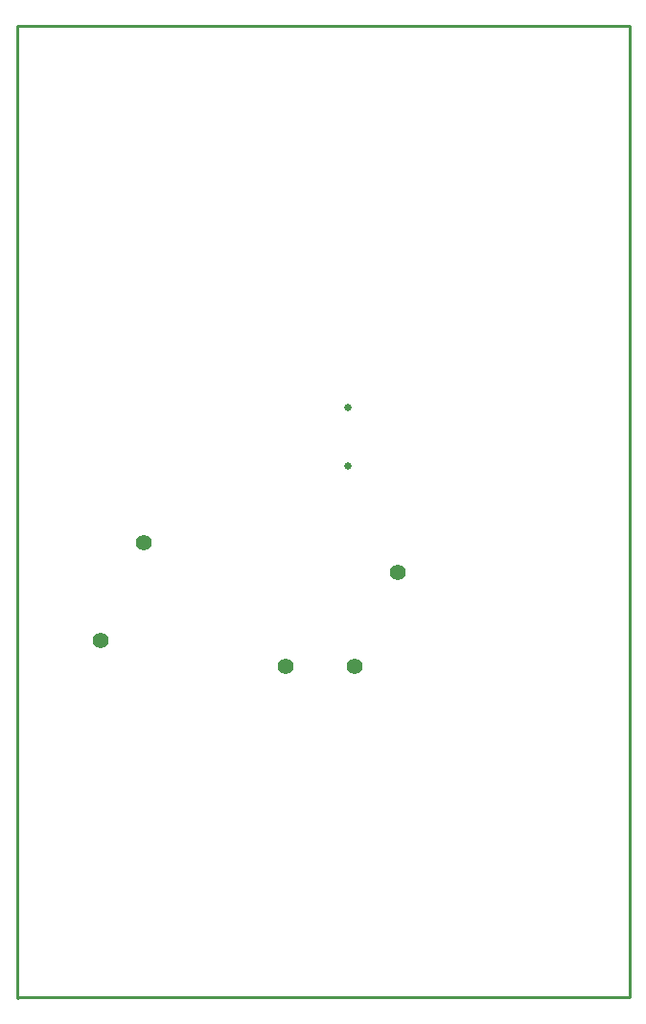
<source format=gbs>
G04*
G04 #@! TF.GenerationSoftware,Altium Limited,Altium Designer,21.7.2 (23)*
G04*
G04 Layer_Color=16711935*
%FSLAX25Y25*%
%MOIN*%
G70*
G04*
G04 #@! TF.SameCoordinates,3B60FD94-7D09-417F-B4C1-333D49710502*
G04*
G04*
G04 #@! TF.FilePolarity,Negative*
G04*
G01*
G75*
%ADD11C,0.01000*%
%ADD23C,0.02591*%
%ADD24C,0.05591*%
D11*
Y338000D02*
X213000D01*
Y500D02*
Y338000D01*
X500Y500D02*
X213000D01*
X0Y0D02*
X500Y500D01*
X0Y0D02*
Y338000D01*
D23*
X115000Y205500D02*
D03*
Y185000D02*
D03*
D24*
X132500Y148000D02*
D03*
X117500Y115500D02*
D03*
X29000Y124500D02*
D03*
X44000Y158500D02*
D03*
X93500Y115500D02*
D03*
M02*

</source>
